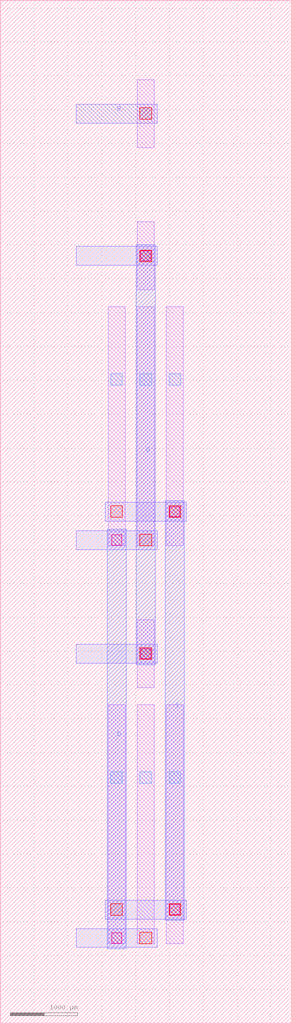
<source format=lef>
MACRO PMOS_4T_48942251_X1_Y2
  UNITS 
    DATABASE MICRONS UNITS 1000;
  END UNITS 
  ORIGIN 0 0 ;
  FOREIGN PMOS_4T_48942251_X1_Y2 0 0 ;
  SIZE 4300 BY 15120 ;
  PIN B
    DIRECTION INOUT ;
    USE SIGNAL ;
    PORT
      LAYER M2 ;
        RECT 1120 13300 2320 13580 ;
    END
  END B
  PIN D
    DIRECTION INOUT ;
    USE SIGNAL ;
    PORT
      LAYER M3 ;
        RECT 1580 1100 1860 7300 ;
    END
  END D
  PIN G
    DIRECTION INOUT ;
    USE SIGNAL ;
    PORT
      LAYER M3 ;
        RECT 2010 5300 2290 11500 ;
    END
  END G
  PIN S
    DIRECTION INOUT ;
    USE SIGNAL ;
    PORT
      LAYER M3 ;
        RECT 2440 1520 2720 7720 ;
    END
  END S
  OBS
    LAYER M1 ;
      RECT 2025 1175 2275 4705 ;
    LAYER M1 ;
      RECT 2025 4955 2275 5965 ;
    LAYER M1 ;
      RECT 2025 7055 2275 10585 ;
    LAYER M1 ;
      RECT 2025 10835 2275 11845 ;
    LAYER M1 ;
      RECT 2025 12935 2275 13945 ;
    LAYER M1 ;
      RECT 1595 1175 1845 4705 ;
    LAYER M1 ;
      RECT 1595 7055 1845 10585 ;
    LAYER M1 ;
      RECT 2455 1175 2705 4705 ;
    LAYER M1 ;
      RECT 2455 7055 2705 10585 ;
    LAYER M2 ;
      RECT 1120 1120 2320 1400 ;
    LAYER M2 ;
      RECT 1120 5320 2320 5600 ;
    LAYER M2 ;
      RECT 1550 1540 2750 1820 ;
    LAYER M2 ;
      RECT 1120 7000 2320 7280 ;
    LAYER M2 ;
      RECT 1120 11200 2320 11480 ;
    LAYER M2 ;
      RECT 1550 7420 2750 7700 ;
    LAYER V1 ;
      RECT 2065 1175 2235 1345 ;
    LAYER V1 ;
      RECT 2065 5375 2235 5545 ;
    LAYER V1 ;
      RECT 2065 7055 2235 7225 ;
    LAYER V1 ;
      RECT 2065 11255 2235 11425 ;
    LAYER V1 ;
      RECT 2065 13355 2235 13525 ;
    LAYER V1 ;
      RECT 1635 1595 1805 1765 ;
    LAYER V1 ;
      RECT 1635 7475 1805 7645 ;
    LAYER V1 ;
      RECT 2495 1595 2665 1765 ;
    LAYER V1 ;
      RECT 2495 7475 2665 7645 ;
    LAYER V2 ;
      RECT 1645 1185 1795 1335 ;
    LAYER V2 ;
      RECT 1645 7065 1795 7215 ;
    LAYER V2 ;
      RECT 2075 5385 2225 5535 ;
    LAYER V2 ;
      RECT 2075 11265 2225 11415 ;
    LAYER V2 ;
      RECT 2505 1605 2655 1755 ;
    LAYER V2 ;
      RECT 2505 7485 2655 7635 ;
    LAYER V0 ;
      RECT 2065 3545 2235 3715 ;
    LAYER V0 ;
      RECT 2065 5375 2235 5545 ;
    LAYER V0 ;
      RECT 2065 9425 2235 9595 ;
    LAYER V0 ;
      RECT 2065 11255 2235 11425 ;
    LAYER V0 ;
      RECT 2065 13355 2235 13525 ;
    LAYER V0 ;
      RECT 2065 13355 2235 13525 ;
    LAYER V0 ;
      RECT 1635 3545 1805 3715 ;
    LAYER V0 ;
      RECT 1635 9425 1805 9595 ;
    LAYER V0 ;
      RECT 2495 3545 2665 3715 ;
    LAYER V0 ;
      RECT 2495 9425 2665 9595 ;
  END
END PMOS_4T_48942251_X1_Y2

</source>
